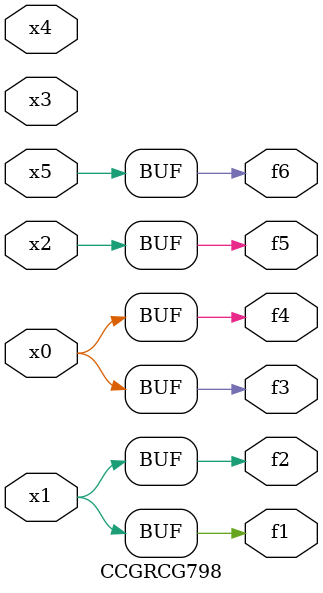
<source format=v>
module CCGRCG798(
	input x0, x1, x2, x3, x4, x5,
	output f1, f2, f3, f4, f5, f6
);
	assign f1 = x1;
	assign f2 = x1;
	assign f3 = x0;
	assign f4 = x0;
	assign f5 = x2;
	assign f6 = x5;
endmodule

</source>
